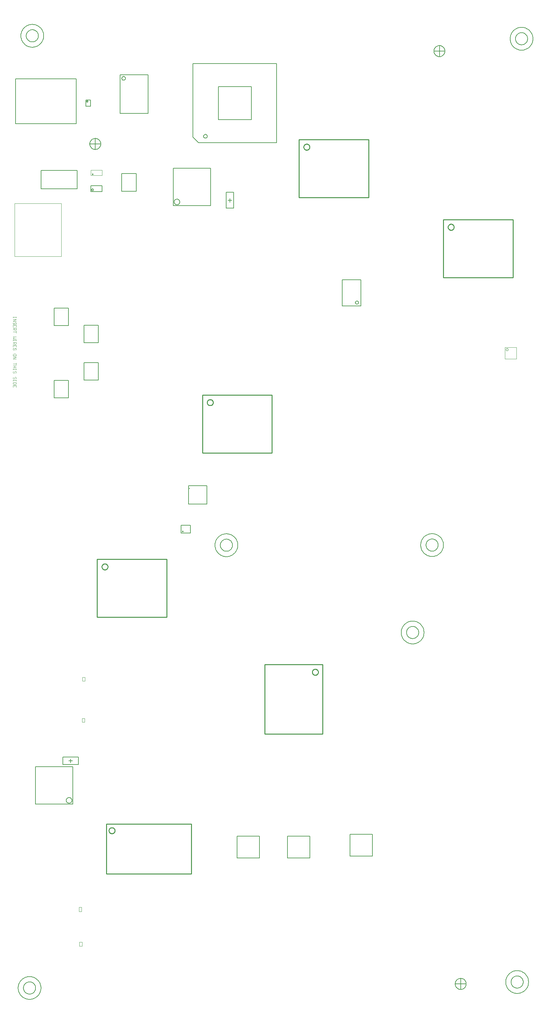
<source format=gm1>
%FSTAX23Y23*%
%MOIN*%
%SFA1B1*%

%IPPOS*%
%ADD10C,0.007874*%
%ADD11C,0.010000*%
%ADD13C,0.009843*%
%ADD14C,0.005000*%
%ADD17C,0.006000*%
%ADD18C,0.006890*%
%ADD190C,0.004000*%
%ADD231C,0.003937*%
%ADD232C,0.002559*%
%LNprob_s7cas_pcb-1*%
%LPD*%
G54D10*
X02385Y08634D02*
Y08654D01*
X02365D02*
X02385D01*
X02404*
X02385D02*
Y08674D01*
X02344Y08738D02*
X02425D01*
X02344Y0857D02*
Y08738D01*
Y0857D02*
X02425D01*
Y08738*
X00595Y02697D02*
X00763D01*
Y02616D02*
Y02697D01*
X00595Y02616D02*
X00763D01*
X00595D02*
Y02697D01*
X00659Y02657D02*
X00679D01*
Y02676*
Y02637D02*
Y02657D01*
X00699*
G54D11*
X03331Y03605D02*
D01*
X03331Y03607*
X03331Y03609*
X0333Y03611*
X0333Y03613*
X03329Y03615*
X03328Y03618*
X03327Y0362*
X03326Y03621*
X03325Y03623*
X03324Y03625*
X03322Y03627*
X03321Y03628*
X03319Y0363*
X03317Y03631*
X03315Y03632*
X03313Y03633*
X03311Y03634*
X03309Y03635*
X03307Y03636*
X03305Y03636*
X03302Y03636*
X033Y03637*
X03298*
X03296Y03636*
X03294Y03636*
X03291Y03636*
X03289Y03635*
X03287Y03634*
X03285Y03633*
X03283Y03632*
X03281Y03631*
X03279Y0363*
X03278Y03628*
X03276Y03627*
X03275Y03625*
X03273Y03623*
X03272Y03621*
X03271Y0362*
X0327Y03618*
X03269Y03615*
X03268Y03613*
X03268Y03611*
X03267Y03609*
X03267Y03607*
X03267Y03605*
X03267Y03602*
X03267Y036*
X03268Y03598*
X03268Y03596*
X03269Y03594*
X0327Y03592*
X03271Y03589*
X03272Y03588*
X03273Y03586*
X03275Y03584*
X03276Y03582*
X03278Y03581*
X03279Y03579*
X03281Y03578*
X03283Y03577*
X03285Y03576*
X03287Y03575*
X03289Y03574*
X03291Y03573*
X03294Y03573*
X03296Y03573*
X03298Y03573*
X033*
X03302Y03573*
X03305Y03573*
X03307Y03573*
X03309Y03574*
X03311Y03575*
X03313Y03576*
X03315Y03577*
X03317Y03578*
X03319Y03579*
X03321Y03581*
X03322Y03582*
X03324Y03584*
X03325Y03586*
X03326Y03588*
X03327Y03589*
X03328Y03592*
X03329Y03594*
X0333Y03596*
X0333Y03598*
X03331Y036*
X03331Y03602*
X03331Y03605*
X03239Y09223D02*
D01*
X03239Y09225*
X03239Y09228*
X03239Y0923*
X03238Y09232*
X03237Y09234*
X03237Y09236*
X03236Y09238*
X03234Y0924*
X03233Y09242*
X03232Y09244*
X0323Y09245*
X03229Y09247*
X03227Y09248*
X03225Y0925*
X03223Y09251*
X03221Y09252*
X03219Y09253*
X03217Y09254*
X03215Y09254*
X03213Y09255*
X03211Y09255*
X03208Y09255*
X03206*
X03204Y09255*
X03202Y09255*
X032Y09254*
X03197Y09254*
X03195Y09253*
X03193Y09252*
X03191Y09251*
X03189Y0925*
X03188Y09248*
X03186Y09247*
X03184Y09245*
X03183Y09244*
X03181Y09242*
X0318Y0924*
X03179Y09238*
X03178Y09236*
X03177Y09234*
X03177Y09232*
X03176Y0923*
X03176Y09228*
X03175Y09225*
X03175Y09223*
X03175Y09221*
X03176Y09219*
X03176Y09216*
X03177Y09214*
X03177Y09212*
X03178Y0921*
X03179Y09208*
X0318Y09206*
X03181Y09204*
X03183Y09202*
X03184Y09201*
X03186Y09199*
X03188Y09198*
X03189Y09197*
X03191Y09195*
X03193Y09194*
X03195Y09193*
X03197Y09193*
X032Y09192*
X03202Y09192*
X03204Y09191*
X03206Y09191*
X03208*
X03211Y09191*
X03213Y09192*
X03215Y09192*
X03217Y09193*
X03219Y09193*
X03221Y09194*
X03223Y09195*
X03225Y09197*
X03227Y09198*
X03229Y09199*
X0323Y09201*
X03232Y09202*
X03233Y09204*
X03234Y09206*
X03236Y09208*
X03237Y0921*
X03237Y09212*
X03238Y09214*
X03239Y09216*
X03239Y09219*
X03239Y09221*
X03239Y09223*
X04786Y08366D02*
D01*
X04786Y08368*
X04786Y0837*
X04786Y08373*
X04785Y08375*
X04784Y08377*
X04783Y08379*
X04783Y08381*
X04781Y08383*
X0478Y08385*
X04779Y08387*
X04777Y08388*
X04776Y0839*
X04774Y08391*
X04772Y08393*
X0477Y08394*
X04768Y08395*
X04766Y08396*
X04764Y08396*
X04762Y08397*
X0476Y08398*
X04758Y08398*
X04755Y08398*
X04753*
X04751Y08398*
X04749Y08398*
X04746Y08397*
X04744Y08396*
X04742Y08396*
X0474Y08395*
X04738Y08394*
X04736Y08393*
X04735Y08391*
X04733Y0839*
X04731Y08388*
X0473Y08387*
X04728Y08385*
X04727Y08383*
X04726Y08381*
X04725Y08379*
X04724Y08377*
X04723Y08375*
X04723Y08373*
X04723Y0837*
X04722Y08368*
X04722Y08366*
X04722Y08364*
X04723Y08362*
X04723Y08359*
X04723Y08357*
X04724Y08355*
X04725Y08353*
X04726Y08351*
X04727Y08349*
X04728Y08347*
X0473Y08345*
X04731Y08344*
X04733Y08342*
X04735Y08341*
X04736Y08339*
X04738Y08338*
X0474Y08337*
X04742Y08336*
X04744Y08336*
X04746Y08335*
X04749Y08334*
X04751Y08334*
X04753Y08334*
X04755*
X04758Y08334*
X0476Y08334*
X04762Y08335*
X04764Y08336*
X04766Y08336*
X04768Y08337*
X0477Y08338*
X04772Y08339*
X04774Y08341*
X04776Y08342*
X04777Y08344*
X04779Y08345*
X0478Y08347*
X04781Y08349*
X04783Y08351*
X04783Y08353*
X04784Y08355*
X04785Y08357*
X04786Y08359*
X04786Y08362*
X04786Y08364*
X04786Y08366*
X01077Y04732D02*
D01*
X01077Y04734*
X01077Y04736*
X01076Y04739*
X01076Y04741*
X01075Y04743*
X01074Y04745*
X01073Y04747*
X01072Y04749*
X01071Y04751*
X01069Y04753*
X01068Y04754*
X01066Y04756*
X01065Y04757*
X01063Y04759*
X01061Y0476*
X01059Y04761*
X01057Y04762*
X01055Y04762*
X01053Y04763*
X0105Y04764*
X01048Y04764*
X01046Y04764*
X01044*
X01042Y04764*
X01039Y04764*
X01037Y04763*
X01035Y04762*
X01033Y04762*
X01031Y04761*
X01029Y0476*
X01027Y04759*
X01025Y04757*
X01024Y04756*
X01022Y04754*
X0102Y04753*
X01019Y04751*
X01018Y04749*
X01017Y04747*
X01016Y04745*
X01015Y04743*
X01014Y04741*
X01014Y04739*
X01013Y04736*
X01013Y04734*
X01013Y04732*
X01013Y0473*
X01013Y04728*
X01014Y04725*
X01014Y04723*
X01015Y04721*
X01016Y04719*
X01017Y04717*
X01018Y04715*
X01019Y04713*
X0102Y04711*
X01022Y0471*
X01024Y04708*
X01025Y04707*
X01027Y04705*
X01029Y04704*
X01031Y04703*
X01033Y04702*
X01035Y04702*
X01037Y04701*
X01039Y047*
X01042Y047*
X01044Y047*
X01046*
X01048Y047*
X0105Y047*
X01053Y04701*
X01055Y04702*
X01057Y04702*
X01059Y04703*
X01061Y04704*
X01063Y04705*
X01065Y04707*
X01066Y04708*
X01068Y0471*
X01069Y04711*
X01071Y04713*
X01072Y04715*
X01073Y04717*
X01074Y04719*
X01075Y04721*
X01076Y04723*
X01076Y04725*
X01077Y04728*
X01077Y0473*
X01077Y04732*
X02205Y0649D02*
D01*
X02205Y06492*
X02205Y06494*
X02204Y06496*
X02204Y06498*
X02203Y06501*
X02202Y06503*
X02201Y06505*
X022Y06507*
X02199Y06508*
X02198Y0651*
X02196Y06512*
X02194Y06513*
X02193Y06515*
X02191Y06516*
X02189Y06517*
X02187Y06518*
X02185Y06519*
X02183Y0652*
X02181Y06521*
X02179Y06521*
X02176Y06521*
X02174Y06522*
X02172*
X0217Y06521*
X02167Y06521*
X02165Y06521*
X02163Y0652*
X02161Y06519*
X02159Y06518*
X02157Y06517*
X02155Y06516*
X02153Y06515*
X02152Y06513*
X0215Y06512*
X02148Y0651*
X02147Y06508*
X02146Y06507*
X02145Y06505*
X02144Y06503*
X02143Y06501*
X02142Y06498*
X02142Y06496*
X02141Y06494*
X02141Y06492*
X02141Y0649*
X02141Y06487*
X02141Y06485*
X02142Y06483*
X02142Y06481*
X02143Y06479*
X02144Y06477*
X02145Y06475*
X02146Y06473*
X02147Y06471*
X02148Y06469*
X0215Y06467*
X02152Y06466*
X02153Y06464*
X02155Y06463*
X02157Y06462*
X02159Y06461*
X02161Y0646*
X02163Y06459*
X02165Y06459*
X02167Y06458*
X0217Y06458*
X02172Y06458*
X02174*
X02176Y06458*
X02179Y06458*
X02181Y06459*
X02183Y06459*
X02185Y0646*
X02187Y06461*
X02189Y06462*
X02191Y06463*
X02193Y06464*
X02194Y06466*
X02196Y06467*
X02198Y06469*
X02199Y06471*
X022Y06473*
X02201Y06475*
X02202Y06477*
X02203Y06479*
X02204Y06481*
X02204Y06483*
X02205Y06485*
X02205Y06487*
X02205Y0649*
X01882Y05111D02*
D01*
X01882Y05111*
X01882Y05111*
X01882Y05112*
X01882Y05112*
X01882Y05112*
X01882Y05112*
X01882Y05112*
X01882Y05113*
X01882Y05113*
X01881Y05113*
X01881Y05113*
X01881Y05113*
X01881Y05113*
X01881Y05114*
X01881Y05114*
X0188Y05114*
X0188Y05114*
X0188Y05114*
X0188Y05114*
X0188Y05114*
X01879Y05114*
X01879Y05114*
X01879*
X01879Y05114*
X01879Y05114*
X01878Y05114*
X01878Y05114*
X01878Y05114*
X01878Y05114*
X01877Y05114*
X01877Y05114*
X01877Y05113*
X01877Y05113*
X01877Y05113*
X01877Y05113*
X01877Y05113*
X01876Y05113*
X01876Y05112*
X01876Y05112*
X01876Y05112*
X01876Y05112*
X01876Y05112*
X01876Y05111*
X01876Y05111*
X01876Y05111*
X01876Y05111*
X01876Y05111*
X01876Y0511*
X01876Y0511*
X01876Y0511*
X01876Y0511*
X01876Y05109*
X01876Y05109*
X01877Y05109*
X01877Y05109*
X01877Y05109*
X01877Y05109*
X01877Y05109*
X01877Y05108*
X01877Y05108*
X01878Y05108*
X01878Y05108*
X01878Y05108*
X01878Y05108*
X01879Y05108*
X01879Y05108*
X01879Y05108*
X01879*
X01879Y05108*
X0188Y05108*
X0188Y05108*
X0188Y05108*
X0188Y05108*
X0188Y05108*
X01881Y05108*
X01881Y05108*
X01881Y05109*
X01881Y05109*
X01881Y05109*
X01881Y05109*
X01882Y05109*
X01882Y05109*
X01882Y05109*
X01882Y0511*
X01882Y0511*
X01882Y0511*
X01882Y0511*
X01882Y05111*
X01882Y05111*
X01882Y05111*
X01152Y01909D02*
D01*
X01152Y01911*
X01152Y01914*
X01152Y01916*
X01151Y01918*
X0115Y0192*
X0115Y01922*
X01149Y01924*
X01147Y01926*
X01146Y01928*
X01145Y0193*
X01143Y01931*
X01142Y01933*
X0114Y01934*
X01138Y01936*
X01136Y01937*
X01134Y01938*
X01132Y01939*
X0113Y0194*
X01128Y0194*
X01126Y01941*
X01124Y01941*
X01121Y01941*
X01119*
X01117Y01941*
X01115Y01941*
X01113Y0194*
X0111Y0194*
X01108Y01939*
X01106Y01938*
X01104Y01937*
X01102Y01936*
X01101Y01934*
X01099Y01933*
X01097Y01931*
X01096Y0193*
X01094Y01928*
X01093Y01926*
X01092Y01924*
X01091Y01922*
X0109Y0192*
X0109Y01918*
X01089Y01916*
X01089Y01914*
X01088Y01911*
X01088Y01909*
X01088Y01907*
X01089Y01905*
X01089Y01902*
X0109Y019*
X0109Y01898*
X01091Y01896*
X01092Y01894*
X01093Y01892*
X01094Y0189*
X01096Y01888*
X01097Y01887*
X01099Y01885*
X01101Y01884*
X01102Y01883*
X01104Y01881*
X01106Y0188*
X01108Y01879*
X0111Y01879*
X01113Y01878*
X01115Y01878*
X01117Y01877*
X01119Y01877*
X01121*
X01124Y01877*
X01126Y01878*
X01128Y01878*
X0113Y01879*
X01132Y01879*
X01134Y0188*
X01136Y01881*
X01138Y01883*
X0114Y01884*
X01142Y01885*
X01143Y01887*
X01145Y01888*
X01146Y0189*
X01147Y01892*
X01149Y01894*
X0115Y01896*
X0115Y01898*
X01151Y019*
X01152Y01902*
X01152Y01905*
X01152Y01907*
X01152Y01909*
X02759Y03687D02*
X03379D01*
X02759Y02942D02*
Y03687D01*
Y02942D02*
X03379D01*
Y03687*
X03125Y09303D02*
X0387D01*
Y08683D02*
Y09303D01*
X03125Y08683D02*
X0387D01*
X03125D02*
Y09303D01*
X04672Y07826D02*
Y08446D01*
Y07826D02*
X05417D01*
Y08446*
X04672D02*
X05417D01*
X00962Y04192D02*
Y04812D01*
Y04192D02*
X01707D01*
Y04812*
X00962D02*
X01707D01*
X02091Y0657D02*
X02836D01*
Y0595D02*
Y0657D01*
X02091Y0595D02*
X02836D01*
X02091D02*
Y0657D01*
X01062Y01446D02*
Y01981D01*
X01972*
X01062Y01446D02*
X01972D01*
Y01981*
G54D13*
X00915Y08933D02*
D01*
X00915Y08933*
X00915Y08933*
X00915Y08933*
X00915Y08933*
X00915Y08934*
X00915Y08934*
X00915Y08934*
X00915Y08934*
X00914Y08934*
X00914Y08934*
X00914Y08934*
X00914Y08934*
X00914Y08934*
X00914Y08934*
X00914Y08934*
X00914Y08934*
X00914Y08934*
X00914Y08935*
X00914Y08935*
X00913Y08935*
X00913Y08935*
X00913Y08935*
X00913*
X00913Y08935*
X00913Y08935*
X00913Y08935*
X00913Y08935*
X00913Y08934*
X00912Y08934*
X00912Y08934*
X00912Y08934*
X00912Y08934*
X00912Y08934*
X00912Y08934*
X00912Y08934*
X00912Y08934*
X00912Y08934*
X00912Y08934*
X00912Y08934*
X00912Y08934*
X00912Y08933*
X00912Y08933*
X00912Y08933*
X00912Y08933*
X00912Y08933*
X00912Y08933*
X00912Y08933*
X00912Y08933*
X00912Y08933*
X00912Y08932*
X00912Y08932*
X00912Y08932*
X00912Y08932*
X00912Y08932*
X00912Y08932*
X00912Y08932*
X00912Y08932*
X00912Y08932*
X00912Y08932*
X00912Y08932*
X00912Y08931*
X00913Y08931*
X00913Y08931*
X00913Y08931*
X00913Y08931*
X00913Y08931*
X00913Y08931*
X00913*
X00913Y08931*
X00913Y08931*
X00914Y08931*
X00914Y08931*
X00914Y08931*
X00914Y08931*
X00914Y08932*
X00914Y08932*
X00914Y08932*
X00914Y08932*
X00914Y08932*
X00914Y08932*
X00914Y08932*
X00915Y08932*
X00915Y08932*
X00915Y08932*
X00915Y08932*
X00915Y08933*
X00915Y08933*
X00915Y08933*
X00915Y08933*
X00915Y08933*
G54D14*
X04616Y04964D02*
D01*
X04616Y04969*
X04615Y04973*
X04614Y04978*
X04613Y04982*
X04612Y04986*
X0461Y04991*
X04608Y04995*
X04606Y04999*
X04603Y05002*
X04601Y05006*
X04598Y05009*
X04594Y05012*
X04591Y05015*
X04587Y05018*
X04583Y0502*
X04579Y05023*
X04575Y05024*
X04571Y05026*
X04567Y05027*
X04562Y05028*
X04558Y05029*
X04553Y05029*
X04549*
X04544Y05029*
X0454Y05028*
X04535Y05027*
X04531Y05026*
X04527Y05024*
X04522Y05023*
X04518Y0502*
X04515Y05018*
X04511Y05015*
X04507Y05012*
X04504Y05009*
X04501Y05006*
X04498Y05002*
X04496Y04999*
X04494Y04995*
X04492Y04991*
X0449Y04986*
X04488Y04982*
X04487Y04978*
X04487Y04973*
X04486Y04969*
X04486Y04964*
X04486Y0496*
X04487Y04955*
X04487Y04951*
X04488Y04946*
X0449Y04942*
X04492Y04938*
X04494Y04934*
X04496Y0493*
X04498Y04926*
X04501Y04922*
X04504Y04919*
X04507Y04916*
X04511Y04913*
X04515Y0491*
X04518Y04908*
X04522Y04906*
X04527Y04904*
X04531Y04902*
X04535Y04901*
X0454Y049*
X04544Y049*
X04549Y04899*
X04553*
X04558Y049*
X04562Y049*
X04567Y04901*
X04571Y04902*
X04575Y04904*
X04579Y04906*
X04583Y04908*
X04587Y0491*
X04591Y04913*
X04594Y04916*
X04598Y04919*
X04601Y04922*
X04603Y04926*
X04606Y0493*
X04608Y04934*
X0461Y04938*
X04612Y04942*
X04613Y04946*
X04614Y04951*
X04615Y04955*
X04616Y0496*
X04616Y04964*
X04673D02*
D01*
X04673Y04973*
X04672Y04981*
X0467Y0499*
X04668Y04998*
X04666Y05006*
X04662Y05014*
X04659Y05021*
X04654Y05029*
X0465Y05036*
X04644Y05043*
X04639Y05049*
X04633Y05055*
X04626Y0506*
X04619Y05065*
X04612Y0507*
X04604Y05074*
X04597Y05077*
X04589Y0508*
X0458Y05083*
X04572Y05084*
X04564Y05086*
X04555Y05086*
X04547*
X04538Y05086*
X0453Y05084*
X04521Y05083*
X04513Y0508*
X04505Y05077*
X04497Y05074*
X0449Y0507*
X04483Y05065*
X04476Y0506*
X04469Y05055*
X04463Y05049*
X04457Y05043*
X04452Y05036*
X04447Y05029*
X04443Y05021*
X04439Y05014*
X04436Y05006*
X04434Y04998*
X04432Y0499*
X0443Y04981*
X04429Y04973*
X04429Y04964*
X04429Y04956*
X0443Y04947*
X04432Y04939*
X04434Y04931*
X04436Y04922*
X04439Y04915*
X04443Y04907*
X04447Y04899*
X04452Y04892*
X04457Y04886*
X04463Y04879*
X04469Y04873*
X04476Y04868*
X04483Y04863*
X0449Y04858*
X04497Y04854*
X04505Y04851*
X04513Y04848*
X04521Y04846*
X0453Y04844*
X04538Y04843*
X04547Y04842*
X04555*
X04564Y04843*
X04572Y04844*
X0458Y04846*
X04589Y04848*
X04597Y04851*
X04604Y04854*
X04612Y04858*
X04619Y04863*
X04626Y04868*
X04633Y04873*
X04639Y04879*
X04644Y04886*
X0465Y04892*
X04654Y04899*
X04659Y04907*
X04662Y04915*
X04666Y04922*
X04668Y04931*
X0467Y04939*
X04672Y04947*
X04673Y04956*
X04673Y04964*
X04408Y04029D02*
D01*
X04407Y04033*
X04407Y04038*
X04406Y04042*
X04405Y04047*
X04404Y04051*
X04402Y04055*
X044Y04059*
X04398Y04063*
X04395Y04067*
X04392Y04071*
X04389Y04074*
X04386Y04077*
X04383Y0408*
X04379Y04083*
X04375Y04085*
X04371Y04087*
X04367Y04089*
X04363Y04091*
X04358Y04092*
X04354Y04093*
X04349Y04093*
X04345Y04094*
X0434*
X04336Y04093*
X04331Y04093*
X04327Y04092*
X04322Y04091*
X04318Y04089*
X04314Y04087*
X0431Y04085*
X04306Y04083*
X04303Y0408*
X04299Y04077*
X04296Y04074*
X04293Y04071*
X0429Y04067*
X04287Y04063*
X04285Y04059*
X04283Y04055*
X04282Y04051*
X0428Y04047*
X04279Y04042*
X04278Y04038*
X04278Y04033*
X04278Y04029*
X04278Y04024*
X04278Y0402*
X04279Y04015*
X0428Y04011*
X04282Y04007*
X04283Y04002*
X04285Y03998*
X04287Y03994*
X0429Y03991*
X04293Y03987*
X04296Y03984*
X04299Y0398*
X04303Y03978*
X04306Y03975*
X0431Y03973*
X04314Y0397*
X04318Y03969*
X04322Y03967*
X04327Y03966*
X04331Y03965*
X04336Y03964*
X0434Y03964*
X04345*
X04349Y03964*
X04354Y03965*
X04358Y03966*
X04363Y03967*
X04367Y03969*
X04371Y0397*
X04375Y03973*
X04379Y03975*
X04383Y03978*
X04386Y0398*
X04389Y03984*
X04392Y03987*
X04395Y03991*
X04398Y03994*
X044Y03998*
X04402Y04002*
X04404Y04007*
X04405Y04011*
X04406Y04015*
X04407Y0402*
X04407Y04024*
X04408Y04029*
X04465D02*
D01*
X04464Y04037*
X04463Y04046*
X04462Y04054*
X0446Y04062*
X04457Y04071*
X04454Y04078*
X0445Y04086*
X04446Y04093*
X04441Y04101*
X04436Y04107*
X0443Y04114*
X04424Y04119*
X04418Y04125*
X04411Y0413*
X04404Y04134*
X04396Y04138*
X04388Y04142*
X0438Y04145*
X04372Y04147*
X04364Y04149*
X04355Y0415*
X04347Y04151*
X04338*
X0433Y0415*
X04321Y04149*
X04313Y04147*
X04305Y04145*
X04297Y04142*
X04289Y04138*
X04282Y04134*
X04274Y0413*
X04267Y04125*
X04261Y04119*
X04255Y04114*
X04249Y04107*
X04244Y04101*
X04239Y04093*
X04235Y04086*
X04231Y04078*
X04228Y04071*
X04225Y04062*
X04223Y04054*
X04222Y04046*
X04221Y04037*
X04221Y04029*
X04221Y0402*
X04222Y04012*
X04223Y04003*
X04225Y03995*
X04228Y03987*
X04231Y03979*
X04235Y03971*
X04239Y03964*
X04244Y03957*
X04249Y0395*
X04255Y03944*
X04261Y03938*
X04267Y03933*
X04274Y03928*
X04282Y03923*
X04289Y03919*
X04297Y03916*
X04305Y03913*
X04313Y0391*
X04321Y03909*
X0433Y03907*
X04338Y03907*
X04347*
X04355Y03907*
X04364Y03909*
X04372Y0391*
X0438Y03913*
X04388Y03916*
X04396Y03919*
X04404Y03923*
X04411Y03928*
X04418Y03933*
X04424Y03938*
X0443Y03944*
X04436Y0395*
X04441Y03957*
X04446Y03964*
X0445Y03971*
X04454Y03979*
X04457Y03987*
X0446Y03995*
X04462Y04003*
X04463Y04012*
X04464Y0402*
X04465Y04029*
X02412Y04963D02*
D01*
X02412Y04967*
X02411Y04972*
X02411Y04976*
X0241Y04981*
X02408Y04985*
X02406Y04989*
X02405Y04993*
X02402Y04997*
X024Y05001*
X02397Y05005*
X02394Y05008*
X02391Y05011*
X02387Y05014*
X02383Y05017*
X0238Y05019*
X02376Y05021*
X02371Y05023*
X02367Y05025*
X02363Y05026*
X02358Y05027*
X02354Y05027*
X02349Y05028*
X02345*
X0234Y05027*
X02336Y05027*
X02331Y05026*
X02327Y05025*
X02323Y05023*
X02319Y05021*
X02315Y05019*
X02311Y05017*
X02307Y05014*
X02304Y05011*
X023Y05008*
X02297Y05005*
X02295Y05001*
X02292Y04997*
X0229Y04993*
X02288Y04989*
X02286Y04985*
X02285Y04981*
X02284Y04976*
X02283Y04972*
X02282Y04967*
X02282Y04963*
X02282Y04958*
X02283Y04954*
X02284Y04949*
X02285Y04945*
X02286Y04941*
X02288Y04936*
X0229Y04932*
X02292Y04928*
X02295Y04925*
X02297Y04921*
X023Y04918*
X02304Y04915*
X02307Y04912*
X02311Y04909*
X02315Y04907*
X02319Y04904*
X02323Y04903*
X02327Y04901*
X02331Y049*
X02336Y04899*
X0234Y04898*
X02345Y04898*
X02349*
X02354Y04898*
X02358Y04899*
X02363Y049*
X02367Y04901*
X02371Y04903*
X02376Y04904*
X0238Y04907*
X02383Y04909*
X02387Y04912*
X02391Y04915*
X02394Y04918*
X02397Y04921*
X024Y04925*
X02402Y04928*
X02405Y04932*
X02406Y04936*
X02408Y04941*
X0241Y04945*
X02411Y04949*
X02411Y04954*
X02412Y04958*
X02412Y04963*
X02469D02*
D01*
X02469Y04971*
X02468Y0498*
X02467Y04988*
X02464Y04997*
X02462Y05005*
X02459Y05013*
X02455Y0502*
X02451Y05028*
X02446Y05035*
X02441Y05041*
X02435Y05048*
X02429Y05054*
X02422Y05059*
X02415Y05064*
X02408Y05069*
X02401Y05073*
X02393Y05076*
X02385Y05079*
X02377Y05081*
X02368Y05083*
X0236Y05084*
X02351Y05085*
X02343*
X02334Y05084*
X02326Y05083*
X02318Y05081*
X02309Y05079*
X02301Y05076*
X02294Y05073*
X02286Y05069*
X02279Y05064*
X02272Y05059*
X02265Y05054*
X02259Y05048*
X02254Y05041*
X02248Y05035*
X02244Y05028*
X02239Y0502*
X02236Y05013*
X02232Y05005*
X0223Y04997*
X02228Y04988*
X02226Y0498*
X02225Y04971*
X02225Y04963*
X02225Y04954*
X02226Y04946*
X02228Y04938*
X0223Y04929*
X02232Y04921*
X02236Y04913*
X02239Y04906*
X02244Y04898*
X02248Y04891*
X02254Y04884*
X02259Y04878*
X02265Y04872*
X02272Y04867*
X02279Y04862*
X02286Y04857*
X02294Y04853*
X02301Y0485*
X02309Y04847*
X02318Y04844*
X02326Y04843*
X02334Y04841*
X02343Y04841*
X02351*
X0236Y04841*
X02368Y04843*
X02377Y04844*
X02385Y04847*
X02393Y0485*
X02401Y04853*
X02408Y04857*
X02415Y04862*
X02422Y04867*
X02429Y04872*
X02435Y04878*
X02441Y04884*
X02446Y04891*
X02451Y04898*
X02455Y04906*
X02459Y04913*
X02462Y04921*
X02464Y04929*
X02467Y04938*
X02468Y04946*
X02469Y04954*
X02469Y04963*
X03763Y07559D02*
D01*
X03763Y0756*
X03763Y07562*
X03762Y07563*
X03762Y07564*
X03762Y07565*
X03761Y07566*
X03761Y07567*
X0376Y07568*
X0376Y07569*
X03759Y0757*
X03758Y07571*
X03757Y07572*
X03756Y07572*
X03755Y07573*
X03754Y07574*
X03753Y07574*
X03752Y07575*
X03751Y07575*
X0375Y07575*
X03749Y07576*
X03748Y07576*
X03747Y07576*
X03745*
X03744Y07576*
X03743Y07576*
X03742Y07575*
X03741Y07575*
X0374Y07575*
X03739Y07574*
X03738Y07574*
X03737Y07573*
X03736Y07572*
X03735Y07572*
X03734Y07571*
X03733Y0757*
X03733Y07569*
X03732Y07568*
X03731Y07567*
X03731Y07566*
X0373Y07565*
X0373Y07564*
X0373Y07563*
X03729Y07562*
X03729Y0756*
X03729Y07559*
X03729Y07558*
X03729Y07557*
X0373Y07556*
X0373Y07555*
X0373Y07554*
X03731Y07552*
X03731Y07551*
X03732Y0755*
X03733Y07549*
X03733Y07549*
X03734Y07548*
X03735Y07547*
X03736Y07546*
X03737Y07545*
X03738Y07545*
X03739Y07544*
X0374Y07544*
X03741Y07543*
X03742Y07543*
X03743Y07543*
X03744Y07543*
X03745Y07543*
X03747*
X03748Y07543*
X03749Y07543*
X0375Y07543*
X03751Y07543*
X03752Y07544*
X03753Y07544*
X03754Y07545*
X03755Y07545*
X03756Y07546*
X03757Y07547*
X03758Y07548*
X03759Y07549*
X0376Y07549*
X0376Y0755*
X03761Y07551*
X03761Y07552*
X03762Y07554*
X03762Y07555*
X03762Y07556*
X03763Y07557*
X03763Y07558*
X03763Y07559*
X00303Y00225D02*
D01*
X00303Y0023*
X00302Y00234*
X00302Y00239*
X003Y00243*
X00299Y00248*
X00297Y00252*
X00295Y00256*
X00293Y0026*
X00291Y00263*
X00288Y00267*
X00285Y0027*
X00282Y00274*
X00278Y00276*
X00274Y00279*
X00271Y00282*
X00267Y00284*
X00262Y00286*
X00258Y00287*
X00254Y00288*
X00249Y00289*
X00245Y0029*
X0024Y0029*
X00236*
X00231Y0029*
X00227Y00289*
X00222Y00288*
X00218Y00287*
X00214Y00286*
X0021Y00284*
X00206Y00282*
X00202Y00279*
X00198Y00276*
X00195Y00274*
X00191Y0027*
X00188Y00267*
X00185Y00263*
X00183Y0026*
X00181Y00256*
X00179Y00252*
X00177Y00248*
X00176Y00243*
X00174Y00239*
X00174Y00234*
X00173Y0023*
X00173Y00225*
X00173Y00221*
X00174Y00216*
X00174Y00212*
X00176Y00207*
X00177Y00203*
X00179Y00199*
X00181Y00195*
X00183Y00191*
X00185Y00187*
X00188Y00184*
X00191Y0018*
X00195Y00177*
X00198Y00174*
X00202Y00171*
X00206Y00169*
X0021Y00167*
X00214Y00165*
X00218Y00164*
X00222Y00162*
X00227Y00161*
X00231Y00161*
X00236Y0016*
X0024*
X00245Y00161*
X00249Y00161*
X00254Y00162*
X00258Y00164*
X00262Y00165*
X00267Y00167*
X00271Y00169*
X00274Y00171*
X00278Y00174*
X00282Y00177*
X00285Y0018*
X00288Y00184*
X00291Y00187*
X00293Y00191*
X00295Y00195*
X00297Y00199*
X00299Y00203*
X003Y00207*
X00302Y00212*
X00302Y00216*
X00303Y00221*
X00303Y00225*
X0036D02*
D01*
X0036Y00234*
X00359Y00242*
X00357Y00251*
X00355Y00259*
X00353Y00267*
X0035Y00275*
X00346Y00283*
X00342Y0029*
X00337Y00297*
X00332Y00304*
X00326Y0031*
X0032Y00316*
X00313Y00321*
X00306Y00326*
X00299Y00331*
X00292Y00335*
X00284Y00338*
X00276Y00341*
X00268Y00344*
X00259Y00345*
X00251Y00347*
X00242Y00347*
X00234*
X00225Y00347*
X00217Y00345*
X00209Y00344*
X002Y00341*
X00192Y00338*
X00185Y00335*
X00177Y00331*
X0017Y00326*
X00163Y00321*
X00156Y00316*
X0015Y0031*
X00145Y00304*
X00139Y00297*
X00135Y0029*
X0013Y00283*
X00127Y00275*
X00123Y00267*
X00121Y00259*
X00119Y00251*
X00117Y00242*
X00116Y00234*
X00116Y00225*
X00116Y00217*
X00117Y00208*
X00119Y002*
X00121Y00192*
X00123Y00184*
X00127Y00176*
X0013Y00168*
X00135Y00161*
X00139Y00154*
X00145Y00147*
X0015Y00141*
X00156Y00135*
X00163Y00129*
X0017Y00124*
X00177Y0012*
X00185Y00116*
X00192Y00112*
X002Y00109*
X00209Y00107*
X00217Y00105*
X00225Y00104*
X00234Y00103*
X00242*
X00251Y00104*
X00259Y00105*
X00268Y00107*
X00276Y00109*
X00284Y00112*
X00292Y00116*
X00299Y0012*
X00306Y00124*
X00313Y00129*
X0032Y00135*
X00326Y00141*
X00332Y00147*
X00337Y00154*
X00342Y00161*
X00346Y00168*
X0035Y00176*
X00353Y00184*
X00355Y00192*
X00357Y002*
X00359Y00208*
X0036Y00217*
X0036Y00225*
X05527Y00289D02*
D01*
X05527Y00293*
X05527Y00298*
X05526Y00302*
X05525Y00307*
X05523Y00311*
X05522Y00315*
X0552Y00319*
X05517Y00323*
X05515Y00327*
X05512Y0033*
X05509Y00334*
X05506Y00337*
X05502Y0034*
X05499Y00342*
X05495Y00345*
X05491Y00347*
X05487Y00349*
X05482Y0035*
X05478Y00352*
X05474Y00353*
X05469Y00353*
X05465Y00354*
X0546*
X05456Y00353*
X05451Y00353*
X05447Y00352*
X05442Y0035*
X05438Y00349*
X05434Y00347*
X0543Y00345*
X05426Y00342*
X05422Y0034*
X05419Y00337*
X05416Y00334*
X05413Y0033*
X0541Y00327*
X05407Y00323*
X05405Y00319*
X05403Y00315*
X05401Y00311*
X054Y00307*
X05399Y00302*
X05398Y00298*
X05398Y00293*
X05397Y00289*
X05398Y00284*
X05398Y0028*
X05399Y00275*
X054Y00271*
X05401Y00266*
X05403Y00262*
X05405Y00258*
X05407Y00254*
X0541Y0025*
X05413Y00247*
X05416Y00243*
X05419Y0024*
X05422Y00237*
X05426Y00235*
X0543Y00232*
X05434Y0023*
X05438Y00228*
X05442Y00227*
X05447Y00226*
X05451Y00225*
X05456Y00224*
X0546Y00224*
X05465*
X05469Y00224*
X05474Y00225*
X05478Y00226*
X05482Y00227*
X05487Y00228*
X05491Y0023*
X05495Y00232*
X05499Y00235*
X05502Y00237*
X05506Y0024*
X05509Y00243*
X05512Y00247*
X05515Y0025*
X05517Y00254*
X0552Y00258*
X05522Y00262*
X05523Y00266*
X05525Y00271*
X05526Y00275*
X05527Y0028*
X05527Y00284*
X05527Y00289*
X05584D02*
D01*
X05584Y00297*
X05583Y00306*
X05582Y00314*
X0558Y00322*
X05577Y0033*
X05574Y00338*
X0557Y00346*
X05566Y00353*
X05561Y0036*
X05556Y00367*
X0555Y00373*
X05544Y00379*
X05537Y00385*
X05531Y0039*
X05523Y00394*
X05516Y00398*
X05508Y00402*
X055Y00405*
X05492Y00407*
X05483Y00409*
X05475Y0041*
X05467Y00411*
X05458*
X0545Y0041*
X05441Y00409*
X05433Y00407*
X05425Y00405*
X05417Y00402*
X05409Y00398*
X05401Y00394*
X05394Y0039*
X05387Y00385*
X05381Y00379*
X05375Y00373*
X05369Y00367*
X05364Y0036*
X05359Y00353*
X05355Y00346*
X05351Y00338*
X05348Y0033*
X05345Y00322*
X05343Y00314*
X05341Y00306*
X05341Y00297*
X0534Y00289*
X05341Y0028*
X05341Y00272*
X05343Y00263*
X05345Y00255*
X05348Y00247*
X05351Y00239*
X05355Y00231*
X05359Y00224*
X05364Y00217*
X05369Y0021*
X05375Y00204*
X05381Y00198*
X05387Y00192*
X05394Y00187*
X05401Y00183*
X05409Y00179*
X05417Y00175*
X05425Y00173*
X05433Y0017*
X05441Y00168*
X0545Y00167*
X05458Y00167*
X05467*
X05475Y00167*
X05483Y00168*
X05492Y0017*
X055Y00173*
X05508Y00175*
X05516Y00179*
X05523Y00183*
X05531Y00187*
X05537Y00192*
X05544Y00198*
X0555Y00204*
X05556Y0021*
X05561Y00217*
X05566Y00224*
X0557Y00231*
X05574Y00239*
X05577Y00247*
X0558Y00255*
X05582Y00263*
X05583Y00272*
X05584Y0028*
X05584Y00289*
X05574Y10381D02*
D01*
X05574Y10386*
X05574Y10391*
X05573Y10395*
X05572Y10399*
X05571Y10404*
X05569Y10408*
X05567Y10412*
X05565Y10416*
X05562Y1042*
X05559Y10423*
X05556Y10427*
X05553Y1043*
X05549Y10433*
X05546Y10435*
X05542Y10438*
X05538Y1044*
X05534Y10442*
X0553Y10443*
X05525Y10445*
X05521Y10445*
X05516Y10446*
X05512Y10446*
X05507*
X05503Y10446*
X05498Y10445*
X05494Y10445*
X05489Y10443*
X05485Y10442*
X05481Y1044*
X05477Y10438*
X05473Y10435*
X0547Y10433*
X05466Y1043*
X05463Y10427*
X0546Y10423*
X05457Y1042*
X05454Y10416*
X05452Y10412*
X0545Y10408*
X05448Y10404*
X05447Y10399*
X05446Y10395*
X05445Y10391*
X05445Y10386*
X05445Y10381*
X05445Y10377*
X05445Y10372*
X05446Y10368*
X05447Y10364*
X05448Y10359*
X0545Y10355*
X05452Y10351*
X05454Y10347*
X05457Y10343*
X0546Y1034*
X05463Y10336*
X05466Y10333*
X0547Y1033*
X05473Y10328*
X05477Y10325*
X05481Y10323*
X05485Y10321*
X05489Y1032*
X05494Y10318*
X05498Y10318*
X05503Y10317*
X05507Y10317*
X05512*
X05516Y10317*
X05521Y10318*
X05525Y10318*
X0553Y1032*
X05534Y10321*
X05538Y10323*
X05542Y10325*
X05546Y10328*
X05549Y1033*
X05553Y10333*
X05556Y10336*
X05559Y1034*
X05562Y10343*
X05565Y10347*
X05567Y10351*
X05569Y10355*
X05571Y10359*
X05572Y10364*
X05573Y10368*
X05574Y10372*
X05574Y10377*
X05574Y10381*
X05632D02*
D01*
X05631Y1039*
X0563Y10398*
X05629Y10407*
X05627Y10415*
X05624Y10423*
X05621Y10431*
X05617Y10439*
X05613Y10446*
X05608Y10453*
X05603Y1046*
X05597Y10466*
X05591Y10472*
X05585Y10478*
X05578Y10483*
X05571Y10487*
X05563Y10491*
X05555Y10495*
X05547Y10498*
X05539Y105*
X05531Y10502*
X05522Y10503*
X05514Y10503*
X05505*
X05497Y10503*
X05488Y10502*
X0548Y105*
X05472Y10498*
X05464Y10495*
X05456Y10491*
X05448Y10487*
X05441Y10483*
X05434Y10478*
X05428Y10472*
X05422Y10466*
X05416Y1046*
X05411Y10453*
X05406Y10446*
X05402Y10439*
X05398Y10431*
X05395Y10423*
X05392Y10415*
X0539Y10407*
X05389Y10398*
X05388Y1039*
X05387Y10381*
X05388Y10373*
X05389Y10365*
X0539Y10356*
X05392Y10348*
X05395Y1034*
X05398Y10332*
X05402Y10324*
X05406Y10317*
X05411Y1031*
X05416Y10303*
X05422Y10297*
X05428Y10291*
X05434Y10285*
X05441Y1028*
X05448Y10276*
X05456Y10272*
X05464Y10268*
X05472Y10265*
X0548Y10263*
X05488Y10261*
X05497Y1026*
X05505Y1026*
X05514*
X05522Y1026*
X05531Y10261*
X05539Y10263*
X05547Y10265*
X05555Y10268*
X05563Y10272*
X05571Y10276*
X05578Y1028*
X05585Y10285*
X05591Y10291*
X05597Y10297*
X05603Y10303*
X05608Y1031*
X05613Y10317*
X05617Y10324*
X05621Y10332*
X05624Y1034*
X05627Y10348*
X05629Y10356*
X0563Y10365*
X05631Y10373*
X05632Y10381*
X00332Y10413D02*
D01*
X00332Y10418*
X00332Y10422*
X00331Y10427*
X0033Y10431*
X00328Y10435*
X00327Y1044*
X00325Y10444*
X00322Y10448*
X0032Y10451*
X00317Y10455*
X00314Y10458*
X00311Y10461*
X00307Y10464*
X00304Y10467*
X003Y10469*
X00296Y10471*
X00292Y10473*
X00287Y10475*
X00283Y10476*
X00279Y10477*
X00274Y10478*
X0027Y10478*
X00265*
X00261Y10478*
X00256Y10477*
X00252Y10476*
X00247Y10475*
X00243Y10473*
X00239Y10471*
X00235Y10469*
X00231Y10467*
X00227Y10464*
X00224Y10461*
X00221Y10458*
X00218Y10455*
X00215Y10451*
X00212Y10448*
X0021Y10444*
X00208Y1044*
X00206Y10435*
X00205Y10431*
X00204Y10427*
X00203Y10422*
X00202Y10418*
X00202Y10413*
X00202Y10409*
X00203Y10404*
X00204Y104*
X00205Y10395*
X00206Y10391*
X00208Y10387*
X0021Y10383*
X00212Y10379*
X00215Y10375*
X00218Y10371*
X00221Y10368*
X00224Y10365*
X00227Y10362*
X00231Y10359*
X00235Y10357*
X00239Y10355*
X00243Y10353*
X00247Y10351*
X00252Y1035*
X00256Y10349*
X00261Y10348*
X00265Y10348*
X0027*
X00274Y10348*
X00279Y10349*
X00283Y1035*
X00287Y10351*
X00292Y10353*
X00296Y10355*
X003Y10357*
X00304Y10359*
X00307Y10362*
X00311Y10365*
X00314Y10368*
X00317Y10371*
X0032Y10375*
X00322Y10379*
X00325Y10383*
X00327Y10387*
X00328Y10391*
X0033Y10395*
X00331Y104*
X00332Y10404*
X00332Y10409*
X00332Y10413*
X00389D02*
D01*
X00389Y10422*
X00388Y1043*
X00387Y10438*
X00385Y10447*
X00382Y10455*
X00379Y10463*
X00375Y1047*
X00371Y10478*
X00366Y10485*
X00361Y10492*
X00355Y10498*
X00349Y10504*
X00342Y10509*
X00336Y10514*
X00328Y10519*
X00321Y10523*
X00313Y10526*
X00305Y10529*
X00297Y10532*
X00288Y10533*
X0028Y10534*
X00272Y10535*
X00263*
X00255Y10534*
X00246Y10533*
X00238Y10532*
X0023Y10529*
X00222Y10526*
X00214Y10523*
X00206Y10519*
X00199Y10514*
X00192Y10509*
X00186Y10504*
X0018Y10498*
X00174Y10492*
X00169Y10485*
X00164Y10478*
X0016Y1047*
X00156Y10463*
X00153Y10455*
X0015Y10447*
X00148Y10438*
X00146Y1043*
X00146Y10422*
X00145Y10413*
X00146Y10405*
X00146Y10396*
X00148Y10388*
X0015Y10379*
X00153Y10371*
X00156Y10363*
X0016Y10356*
X00164Y10348*
X00169Y10341*
X00174Y10335*
X0018Y10328*
X00186Y10322*
X00192Y10317*
X00199Y10312*
X00206Y10307*
X00214Y10303*
X00222Y103*
X0023Y10297*
X00238Y10295*
X00246Y10293*
X00255Y10292*
X00263Y10291*
X00272*
X0028Y10292*
X00288Y10293*
X00297Y10295*
X00305Y10297*
X00313Y103*
X00321Y10303*
X00328Y10307*
X00336Y10312*
X00342Y10317*
X00349Y10322*
X00355Y10328*
X00361Y10335*
X00366Y10341*
X00371Y10348*
X00375Y10356*
X00379Y10363*
X00382Y10371*
X00385Y10379*
X00387Y10388*
X00388Y10396*
X00389Y10405*
X00389Y10413*
X00922Y08766D02*
D01*
X00922Y08766*
X00922Y08767*
X00922Y08768*
X00922Y08768*
X00922Y08769*
X00921Y0877*
X00921Y0877*
X00921Y08771*
X0092Y08771*
X0092Y08772*
X0092Y08772*
X00919Y08773*
X00919Y08773*
X00918Y08774*
X00917Y08774*
X00917Y08774*
X00916Y08775*
X00916Y08775*
X00915Y08775*
X00914Y08775*
X00914Y08775*
X00913Y08775*
X00912*
X00912Y08775*
X00911Y08775*
X0091Y08775*
X0091Y08775*
X00909Y08775*
X00908Y08774*
X00908Y08774*
X00907Y08774*
X00907Y08773*
X00906Y08773*
X00906Y08772*
X00905Y08772*
X00905Y08771*
X00904Y08771*
X00904Y0877*
X00904Y0877*
X00903Y08769*
X00903Y08768*
X00903Y08768*
X00903Y08767*
X00903Y08766*
X00903Y08766*
X00903Y08765*
X00903Y08764*
X00903Y08764*
X00903Y08763*
X00903Y08762*
X00904Y08762*
X00904Y08761*
X00904Y08761*
X00905Y0876*
X00905Y08759*
X00906Y08759*
X00906Y08758*
X00907Y08758*
X00907Y08758*
X00908Y08757*
X00908Y08757*
X00909Y08757*
X0091Y08756*
X0091Y08756*
X00911Y08756*
X00912Y08756*
X00912Y08756*
X00913*
X00914Y08756*
X00914Y08756*
X00915Y08756*
X00916Y08756*
X00916Y08757*
X00917Y08757*
X00917Y08757*
X00918Y08758*
X00919Y08758*
X00919Y08758*
X0092Y08759*
X0092Y08759*
X0092Y0876*
X00921Y08761*
X00921Y08761*
X00921Y08762*
X00922Y08762*
X00922Y08763*
X00922Y08764*
X00922Y08764*
X00922Y08765*
X00922Y08766*
X02142Y09339D02*
D01*
X02142Y0934*
X02142Y09341*
X02142Y09343*
X02141Y09344*
X02141Y09345*
X0214Y09347*
X0214Y09348*
X02139Y09349*
X02138Y0935*
X02137Y09351*
X02136Y09352*
X02136Y09353*
X02134Y09354*
X02133Y09355*
X02132Y09356*
X02131Y09356*
X0213Y09357*
X02128Y09357*
X02127Y09358*
X02126Y09358*
X02124Y09358*
X02123Y09358*
X02122*
X0212Y09358*
X02119Y09358*
X02118Y09358*
X02116Y09357*
X02115Y09357*
X02114Y09356*
X02112Y09356*
X02111Y09355*
X0211Y09354*
X02109Y09353*
X02108Y09352*
X02107Y09351*
X02106Y0935*
X02106Y09349*
X02105Y09348*
X02104Y09347*
X02104Y09345*
X02103Y09344*
X02103Y09343*
X02103Y09341*
X02103Y0934*
X02103Y09339*
X02103Y09337*
X02103Y09336*
X02103Y09335*
X02103Y09333*
X02104Y09332*
X02104Y09331*
X02105Y0933*
X02106Y09328*
X02106Y09327*
X02107Y09326*
X02108Y09325*
X02109Y09324*
X0211Y09323*
X02111Y09322*
X02112Y09322*
X02114Y09321*
X02115Y0932*
X02116Y0932*
X02118Y0932*
X02119Y09319*
X0212Y09319*
X02122Y09319*
X02123*
X02124Y09319*
X02126Y09319*
X02127Y0932*
X02128Y0932*
X0213Y0932*
X02131Y09321*
X02132Y09322*
X02133Y09322*
X02134Y09323*
X02136Y09324*
X02136Y09325*
X02137Y09326*
X02138Y09327*
X02139Y09328*
X0214Y0933*
X0214Y09331*
X02141Y09332*
X02141Y09333*
X02142Y09335*
X02142Y09336*
X02142Y09337*
X02142Y09339*
X04916Y00269D02*
D01*
X04916Y00273*
X04916Y00277*
X04915Y00281*
X04914Y00285*
X04913Y00289*
X04911Y00293*
X04909Y00296*
X04907Y003*
X04905Y00303*
X04903Y00307*
X049Y0031*
X04897Y00312*
X04894Y00315*
X0489Y00318*
X04887Y0032*
X04883Y00322*
X04879Y00323*
X04876Y00325*
X04872Y00326*
X04868Y00327*
X04863Y00327*
X04859Y00328*
X04855*
X04851Y00327*
X04847Y00327*
X04843Y00326*
X04839Y00325*
X04835Y00323*
X04831Y00322*
X04828Y0032*
X04824Y00318*
X04821Y00315*
X04818Y00312*
X04815Y0031*
X04812Y00307*
X0481Y00303*
X04807Y003*
X04805Y00296*
X04803Y00293*
X04802Y00289*
X04801Y00285*
X048Y00281*
X04799Y00277*
X04798Y00273*
X04798Y00269*
X04798Y00264*
X04799Y0026*
X048Y00256*
X04801Y00252*
X04802Y00248*
X04803Y00245*
X04805Y00241*
X04807Y00237*
X0481Y00234*
X04812Y00231*
X04815Y00228*
X04818Y00225*
X04821Y00222*
X04824Y0022*
X04828Y00217*
X04831Y00216*
X04835Y00214*
X04839Y00212*
X04843Y00211*
X04847Y0021*
X04851Y0021*
X04855Y0021*
X04859*
X04863Y0021*
X04868Y0021*
X04872Y00211*
X04876Y00212*
X04879Y00214*
X04883Y00216*
X04887Y00217*
X0489Y0022*
X04894Y00222*
X04897Y00225*
X049Y00228*
X04903Y00231*
X04905Y00234*
X04907Y00237*
X04909Y00241*
X04911Y00245*
X04913Y00248*
X04914Y00252*
X04915Y00256*
X04916Y0026*
X04916Y00264*
X04916Y00269*
X01001Y09256D02*
D01*
X01001Y0926*
X01001Y09264*
X01Y09269*
X00999Y09273*
X00998Y09276*
X00996Y0928*
X00995Y09284*
X00992Y09288*
X0099Y09291*
X00988Y09294*
X00985Y09297*
X00982Y093*
X00979Y09303*
X00975Y09305*
X00972Y09307*
X00968Y09309*
X00964Y09311*
X00961Y09312*
X00957Y09314*
X00953Y09314*
X00949Y09315*
X00944Y09315*
X0094*
X00936Y09315*
X00932Y09314*
X00928Y09314*
X00924Y09312*
X0092Y09311*
X00916Y09309*
X00913Y09307*
X00909Y09305*
X00906Y09303*
X00903Y093*
X009Y09297*
X00897Y09294*
X00895Y09291*
X00892Y09288*
X0089Y09284*
X00888Y0928*
X00887Y09276*
X00886Y09273*
X00885Y09269*
X00884Y09264*
X00883Y0926*
X00883Y09256*
X00883Y09252*
X00884Y09248*
X00885Y09244*
X00886Y0924*
X00887Y09236*
X00888Y09232*
X0089Y09229*
X00892Y09225*
X00895Y09222*
X00897Y09218*
X009Y09215*
X00903Y09212*
X00906Y0921*
X00909Y09207*
X00913Y09205*
X00916Y09203*
X0092Y09201*
X00924Y092*
X00928Y09199*
X00932Y09198*
X00936Y09197*
X0094Y09197*
X00944*
X00949Y09197*
X00953Y09198*
X00957Y09199*
X00961Y092*
X00964Y09201*
X00968Y09203*
X00972Y09205*
X00975Y09207*
X00979Y0921*
X00982Y09212*
X00985Y09215*
X00988Y09218*
X0099Y09222*
X00992Y09225*
X00995Y09229*
X00996Y09232*
X00998Y09236*
X00999Y0924*
X01Y09244*
X01001Y09248*
X01001Y09252*
X01001Y09256*
X04689Y1025D02*
D01*
X04688Y10254*
X04688Y10258*
X04687Y10262*
X04686Y10266*
X04685Y1027*
X04683Y10274*
X04682Y10277*
X0468Y10281*
X04677Y10284*
X04675Y10287*
X04672Y10291*
X04669Y10293*
X04666Y10296*
X04663Y10298*
X04659Y10301*
X04655Y10303*
X04652Y10304*
X04648Y10306*
X04644Y10307*
X0464Y10308*
X04636Y10308*
X04632Y10309*
X04627*
X04623Y10308*
X04619Y10308*
X04615Y10307*
X04611Y10306*
X04607Y10304*
X04604Y10303*
X046Y10301*
X04596Y10298*
X04593Y10296*
X0459Y10293*
X04587Y10291*
X04584Y10287*
X04582Y10284*
X04579Y10281*
X04577Y10277*
X04576Y10274*
X04574Y1027*
X04573Y10266*
X04572Y10262*
X04571Y10258*
X04571Y10254*
X0457Y1025*
X04571Y10245*
X04571Y10241*
X04572Y10237*
X04573Y10233*
X04574Y10229*
X04576Y10225*
X04577Y10222*
X04579Y10218*
X04582Y10215*
X04584Y10212*
X04587Y10208*
X0459Y10206*
X04593Y10203*
X04596Y10201*
X046Y10198*
X04604Y10196*
X04607Y10195*
X04611Y10193*
X04615Y10192*
X04619Y10191*
X04623Y10191*
X04627Y1019*
X04632*
X04636Y10191*
X0464Y10191*
X04644Y10192*
X04648Y10193*
X04652Y10195*
X04655Y10196*
X04659Y10198*
X04663Y10201*
X04666Y10203*
X04669Y10206*
X04672Y10208*
X04675Y10212*
X04677Y10215*
X0468Y10218*
X04682Y10222*
X04683Y10225*
X04685Y10229*
X04686Y10233*
X04687Y10237*
X04688Y10241*
X04688Y10245*
X04689Y1025*
X00864Y09711D02*
D01*
X00863Y09712*
X00863Y09712*
X00863Y09713*
X00863Y09713*
X00863Y09714*
X00863Y09714*
X00863Y09714*
X00862Y09715*
X00862Y09715*
X00862Y09716*
X00861Y09716*
X00861Y09716*
X00861Y09717*
X0086Y09717*
X0086Y09717*
X00859Y09718*
X00859Y09718*
X00859Y09718*
X00858Y09718*
X00858Y09718*
X00857Y09718*
X00857Y09718*
X00856*
X00856Y09718*
X00855Y09718*
X00855Y09718*
X00854Y09718*
X00854Y09718*
X00853Y09718*
X00853Y09717*
X00852Y09717*
X00852Y09717*
X00851Y09716*
X00851Y09716*
X00851Y09716*
X0085Y09715*
X0085Y09715*
X0085Y09714*
X0085Y09714*
X0085Y09714*
X00849Y09713*
X00849Y09713*
X00849Y09712*
X00849Y09712*
X00849Y09711*
X00849Y09711*
X00849Y0971*
X00849Y0971*
X00849Y09709*
X0085Y09709*
X0085Y09708*
X0085Y09708*
X0085Y09707*
X0085Y09707*
X00851Y09706*
X00851Y09706*
X00851Y09706*
X00852Y09705*
X00852Y09705*
X00853Y09705*
X00853Y09705*
X00854Y09704*
X00854Y09704*
X00855Y09704*
X00855Y09704*
X00856Y09704*
X00856Y09704*
X00857*
X00857Y09704*
X00858Y09704*
X00858Y09704*
X00859Y09704*
X00859Y09704*
X00859Y09705*
X0086Y09705*
X0086Y09705*
X00861Y09705*
X00861Y09706*
X00861Y09706*
X00862Y09706*
X00862Y09707*
X00862Y09707*
X00863Y09708*
X00863Y09708*
X00863Y09709*
X00863Y09709*
X00863Y0971*
X00863Y0971*
X00863Y09711*
X00864Y09711*
X01266Y09958D02*
D01*
X01266Y0996*
X01266Y09961*
X01265Y09962*
X01265Y09964*
X01265Y09965*
X01264Y09966*
X01263Y09968*
X01263Y09969*
X01262Y0997*
X01261Y09971*
X0126Y09972*
X01259Y09973*
X01258Y09974*
X01257Y09975*
X01256Y09975*
X01255Y09976*
X01253Y09977*
X01252Y09977*
X01251Y09977*
X01249Y09978*
X01248Y09978*
X01247Y09978*
X01245*
X01244Y09978*
X01243Y09978*
X01241Y09977*
X0124Y09977*
X01239Y09977*
X01237Y09976*
X01236Y09975*
X01235Y09975*
X01234Y09974*
X01233Y09973*
X01232Y09972*
X01231Y09971*
X0123Y0997*
X01229Y09969*
X01229Y09968*
X01228Y09966*
X01228Y09965*
X01227Y09964*
X01227Y09962*
X01227Y09961*
X01226Y0996*
X01226Y09958*
X01226Y09957*
X01227Y09956*
X01227Y09954*
X01227Y09953*
X01228Y09952*
X01228Y0995*
X01229Y09949*
X01229Y09948*
X0123Y09947*
X01231Y09946*
X01232Y09945*
X01233Y09944*
X01234Y09943*
X01235Y09942*
X01236Y09941*
X01237Y09941*
X01239Y0994*
X0124Y0994*
X01241Y09939*
X01243Y09939*
X01244Y09939*
X01245Y09939*
X01247*
X01248Y09939*
X01249Y09939*
X01251Y09939*
X01252Y0994*
X01253Y0994*
X01255Y09941*
X01256Y09941*
X01257Y09942*
X01258Y09943*
X01259Y09944*
X0126Y09945*
X01261Y09946*
X01262Y09947*
X01263Y09948*
X01263Y09949*
X01264Y0995*
X01265Y09952*
X01265Y09953*
X01265Y09954*
X01266Y09956*
X01266Y09957*
X01266Y09958*
X02463Y01615D02*
X027D01*
X02463Y01851D02*
X027D01*
Y01615D02*
Y01851D01*
X02463Y01615D02*
Y01851D01*
X0194Y05403D02*
Y05566D01*
X0195Y05571*
X0194Y05576D02*
X0195Y05571D01*
X0194Y05576D02*
Y056D01*
X02137*
Y05403D02*
Y056D01*
X0194Y05403D02*
X02137D01*
X03787Y07522D02*
Y07802D01*
X03587Y07522D02*
Y07802D01*
X03787*
X03587Y07522D02*
X03787D01*
X01014Y08745D02*
Y08808D01*
X00896Y08745D02*
Y08808D01*
X01014*
X00896Y08745D02*
X01014D01*
X01989Y10116D02*
X02885D01*
Y0927D02*
Y10116D01*
X01989Y09329D02*
Y10116D01*
Y09329D02*
X02048Y0927D01*
X02885D01*
X0226Y0987D02*
X02614D01*
Y09516D02*
Y0987D01*
X0226Y09516D02*
X02614D01*
X0226D02*
Y0987D01*
X00975Y0713D02*
Y07317D01*
X0082Y0713D02*
Y07317D01*
X00975*
X0082Y0713D02*
X00975D01*
X0082Y0673D02*
Y06917D01*
X00975Y0673D02*
Y06917D01*
X0082Y0673D02*
X00975D01*
X0082Y06917D02*
X00975D01*
X04798Y00269D02*
X04916D01*
X04857Y0021D02*
Y00328D01*
X00883Y09256D02*
X01001D01*
X00942Y09197D02*
Y09315D01*
X0457Y1025D02*
X04689D01*
X0463Y1019D02*
Y10309D01*
X00087Y09472D02*
X00737D01*
Y09954*
X00087D02*
X00737D01*
X00087Y09472D02*
Y09954D01*
X00363Y08974D02*
X00747D01*
Y08776D02*
Y08974D01*
X00363Y08776D02*
X00747D01*
X00363D02*
Y08974D01*
X005Y06727D02*
X00655D01*
X005Y0654D02*
X00655D01*
Y06727*
X005Y0654D02*
Y06727D01*
Y07314D02*
X00655D01*
X005Y07501D02*
X00655D01*
X005Y07314D02*
Y07501D01*
X00655Y07314D02*
Y07501D01*
X00842Y0966D02*
X00893D01*
X00842Y09727D02*
X00893D01*
Y0966D02*
Y09727D01*
X00842Y0966D02*
Y09727D01*
X01226Y08751D02*
X01381D01*
X01226Y08938D02*
X01381D01*
X01226Y08751D02*
Y08938D01*
X01381Y08751D02*
Y08938D01*
X01208Y09996D02*
X01507D01*
Y09582D02*
Y09996D01*
X01208Y09582D02*
X01507D01*
X01208D02*
Y09996D01*
X03003Y01615D02*
Y01851D01*
X0324Y01615D02*
Y01851D01*
X03003D02*
X0324D01*
X03003Y01615D02*
X0324D01*
X03673Y01635D02*
X0391D01*
X03673Y01871D02*
X0391D01*
Y01635D02*
Y01871D01*
X03673Y01635D02*
Y01871D01*
G54D17*
X01861Y05175D02*
X01962D01*
X01861Y05094D02*
X01962D01*
Y05175*
X01861Y05094D02*
Y05175D01*
G54D18*
X01847Y08636D02*
D01*
X01847Y08638*
X01847Y0864*
X01847Y08642*
X01846Y08644*
X01845Y08646*
X01845Y08648*
X01844Y0865*
X01843Y08652*
X01842Y08653*
X0184Y08655*
X01839Y08657*
X01837Y08658*
X01836Y08659*
X01834Y08661*
X01832Y08662*
X0183Y08663*
X01829Y08664*
X01827Y08664*
X01825Y08665*
X01823Y08665*
X0182Y08666*
X01818Y08666*
X01816*
X01814Y08666*
X01812Y08665*
X0181Y08665*
X01808Y08664*
X01806Y08664*
X01804Y08663*
X01802Y08662*
X01801Y08661*
X01799Y08659*
X01797Y08658*
X01796Y08657*
X01794Y08655*
X01793Y08653*
X01792Y08652*
X01791Y0865*
X0179Y08648*
X01789Y08646*
X01788Y08644*
X01788Y08642*
X01788Y0864*
X01787Y08638*
X01787Y08636*
X01787Y08634*
X01788Y08632*
X01788Y08629*
X01788Y08627*
X01789Y08625*
X0179Y08623*
X01791Y08622*
X01792Y0862*
X01793Y08618*
X01794Y08616*
X01796Y08615*
X01797Y08613*
X01799Y08612*
X01801Y08611*
X01802Y0861*
X01804Y08609*
X01806Y08608*
X01808Y08607*
X0181Y08607*
X01812Y08606*
X01814Y08606*
X01816Y08606*
X01818*
X0182Y08606*
X01823Y08606*
X01825Y08607*
X01827Y08607*
X01829Y08608*
X0183Y08609*
X01832Y0861*
X01834Y08611*
X01836Y08612*
X01837Y08613*
X01839Y08615*
X0184Y08616*
X01842Y08618*
X01843Y0862*
X01844Y08622*
X01845Y08623*
X01845Y08625*
X01846Y08627*
X01847Y08629*
X01847Y08632*
X01847Y08634*
X01847Y08636*
X00691Y02233D02*
D01*
X00691Y02235*
X00691Y02237*
X00691Y02239*
X0069Y02241*
X0069Y02243*
X00689Y02245*
X00688Y02247*
X00687Y02249*
X00686Y02251*
X00684Y02252*
X00683Y02254*
X00682Y02255*
X0068Y02257*
X00678Y02258*
X00676Y02259*
X00675Y0226*
X00673Y02261*
X00671Y02262*
X00669Y02262*
X00667Y02263*
X00665Y02263*
X00663Y02263*
X0066*
X00658Y02263*
X00656Y02263*
X00654Y02262*
X00652Y02262*
X0065Y02261*
X00648Y0226*
X00646Y02259*
X00645Y02258*
X00643Y02257*
X00641Y02255*
X0064Y02254*
X00638Y02252*
X00637Y02251*
X00636Y02249*
X00635Y02247*
X00634Y02245*
X00633Y02243*
X00633Y02241*
X00632Y02239*
X00632Y02237*
X00632Y02235*
X00631Y02233*
X00632Y02231*
X00632Y02229*
X00632Y02227*
X00633Y02225*
X00633Y02223*
X00634Y02221*
X00635Y02219*
X00636Y02217*
X00637Y02215*
X00638Y02214*
X0064Y02212*
X00641Y02211*
X00643Y02209*
X00645Y02208*
X00646Y02207*
X00648Y02206*
X0065Y02205*
X00652Y02205*
X00654Y02204*
X00656Y02204*
X00658Y02203*
X0066Y02203*
X00663*
X00665Y02203*
X00667Y02204*
X00669Y02204*
X00671Y02205*
X00673Y02205*
X00675Y02206*
X00676Y02207*
X00678Y02208*
X0068Y02209*
X00682Y02211*
X00683Y02212*
X00684Y02214*
X00686Y02215*
X00687Y02217*
X00688Y02219*
X00689Y02221*
X0069Y02223*
X0069Y02225*
X00691Y02227*
X00691Y02229*
X00691Y02231*
X00691Y02233*
X01777Y08996D02*
X02177D01*
Y08596D02*
Y08996D01*
X01777Y08596D02*
X02177D01*
X01777D02*
Y08996D01*
X00301Y02193D02*
Y02593D01*
X00701*
Y02193D02*
Y02593D01*
X00301Y02193D02*
X00701D01*
G54D190*
X00094Y07407D02*
Y07397D01*
Y07402*
X00063*
Y07407*
Y07397*
Y07381D02*
X00094D01*
X00063Y0736*
X00094*
X00089Y07329D02*
X00094Y07334D01*
Y07344*
X00089Y0735*
X00084*
X00078Y07344*
Y07334*
X00073Y07329*
X00068*
X00063Y07334*
Y07344*
X00068Y0735*
X00094Y07297D02*
Y07318D01*
X00063*
Y07297*
X00078Y07318D02*
Y07308D01*
X00063Y07287D02*
X00094D01*
Y07271*
X00089Y07266*
X00078*
X00073Y07271*
Y07287*
Y07276D02*
X00063Y07266D01*
X00094Y07255D02*
Y07234D01*
Y07245*
X00063*
X00094Y07192D02*
X00063D01*
X00073Y07182*
X00063Y07171*
X00094*
Y07161D02*
Y0715D01*
Y07155*
X00063*
Y07161*
Y0715*
Y07134D02*
X00094D01*
Y07119*
X00089Y07113*
X00078*
X00073Y07119*
Y07134*
Y07124D02*
X00063Y07113D01*
X00094Y07082D02*
Y07103D01*
X00063*
Y07082*
X00078Y07103D02*
Y07092D01*
X00089Y0705D02*
X00094Y07056D01*
Y07066*
X00089Y07071*
X00084*
X00078Y07066*
Y07056*
X00073Y0705*
X00068*
X00063Y07056*
Y07066*
X00068Y07071*
X00094Y06993D02*
Y07003D01*
X00089Y07009*
X00068*
X00063Y07003*
Y06993*
X00068Y06988*
X00089*
X00094Y06993*
X00063Y06977D02*
X00094D01*
X00063Y06956*
X00094*
Y06914D02*
Y06893D01*
Y06904*
X00063*
X00094Y06883D02*
X00063D01*
X00078*
Y06862*
X00094*
X00063*
X00094Y06851D02*
Y06841D01*
Y06846*
X00063*
Y06851*
Y06841*
X00089Y06804D02*
X00094Y06809D01*
Y0682*
X00089Y06825*
X00084*
X00078Y0682*
Y06809*
X00073Y06804*
X00068*
X00063Y06809*
Y0682*
X00068Y06825*
X00089Y06741D02*
X00094Y06746D01*
Y06757*
X00089Y06762*
X00084*
X00078Y06757*
Y06746*
X00073Y06741*
X00068*
X00063Y06746*
Y06757*
X00068Y06762*
X00094Y0673D02*
Y0672D01*
Y06725*
X00063*
Y0673*
Y0672*
X00094Y06704D02*
X00063D01*
Y06688*
X00068Y06683*
X00089*
X00094Y06688*
Y06704*
Y06652D02*
Y06673D01*
X00063*
Y06652*
X00078Y06673D02*
Y06662D01*
G54D231*
X05366Y07056D02*
D01*
X05366Y07057*
X05366Y07058*
X05365Y07059*
X05365Y07059*
X05365Y0706*
X05365Y07061*
X05364Y07062*
X05364Y07062*
X05363Y07063*
X05363Y07064*
X05362Y07064*
X05362Y07065*
X05361Y07065*
X0536Y07066*
X0536Y07066*
X05359Y07067*
X05358Y07067*
X05357Y07067*
X05357Y07068*
X05356Y07068*
X05355Y07068*
X05354Y07068*
X05353*
X05353Y07068*
X05352Y07068*
X05351Y07068*
X0535Y07067*
X05349Y07067*
X05349Y07067*
X05348Y07066*
X05347Y07066*
X05347Y07065*
X05346Y07065*
X05345Y07064*
X05345Y07064*
X05344Y07063*
X05344Y07062*
X05343Y07062*
X05343Y07061*
X05343Y0706*
X05342Y07059*
X05342Y07059*
X05342Y07058*
X05342Y07057*
X05342Y07056*
X05342Y07055*
X05342Y07054*
X05342Y07054*
X05342Y07053*
X05343Y07052*
X05343Y07051*
X05343Y07051*
X05344Y0705*
X05344Y07049*
X05345Y07048*
X05345Y07048*
X05346Y07047*
X05347Y07047*
X05347Y07046*
X05348Y07046*
X05349Y07045*
X05349Y07045*
X0535Y07045*
X05351Y07045*
X05352Y07044*
X05353Y07044*
X05353Y07044*
X05354*
X05355Y07044*
X05356Y07044*
X05357Y07045*
X05357Y07045*
X05358Y07045*
X05359Y07045*
X0536Y07046*
X0536Y07046*
X05361Y07047*
X05362Y07047*
X05362Y07048*
X05363Y07048*
X05363Y07049*
X05364Y0705*
X05364Y07051*
X05365Y07051*
X05365Y07052*
X05365Y07053*
X05365Y07054*
X05366Y07054*
X05366Y07055*
X05366Y07056*
X05332Y06956D02*
Y07078D01*
X05454Y06956D02*
Y07078D01*
X05332D02*
X05454D01*
X05332Y06956D02*
X05454D01*
X00895Y08919D02*
X01015D01*
X00895Y08975D02*
X01015D01*
X00895Y08919D02*
Y08975D01*
X01015Y08919D02*
Y08975D01*
X00077Y08053D02*
X00577D01*
Y08618*
X00077Y08053D02*
Y08618D01*
X00577*
G54D232*
X00796Y01044D02*
Y01088D01*
X00768Y01044D02*
Y01088D01*
X00796*
X00768Y01044D02*
X00796D01*
X008Y00672D02*
Y00715D01*
X00772Y00672D02*
Y00715D01*
X008*
X00772Y00672D02*
X008D01*
X00802Y03068D02*
X00829D01*
X00802Y03111D02*
X00829D01*
X00802Y03068D02*
Y03111D01*
X00829Y03068D02*
Y03111D01*
X00806Y03508D02*
X00833D01*
X00806Y03551D02*
X00833D01*
X00806Y03508D02*
Y03551D01*
X00833Y03508D02*
Y03551D01*
M02*
</source>
